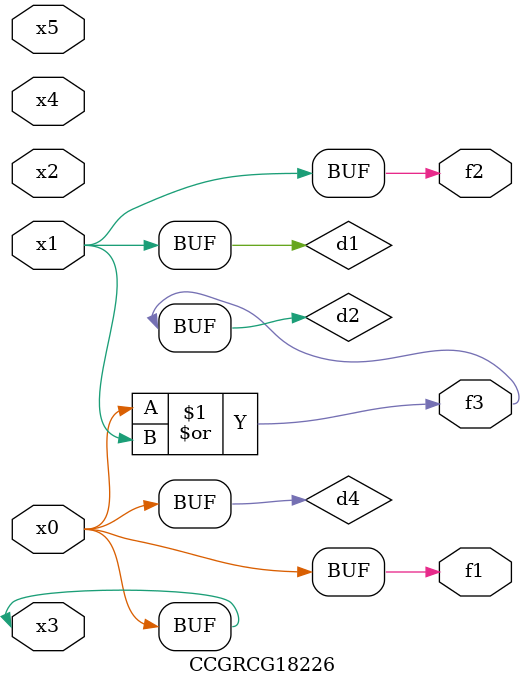
<source format=v>
module CCGRCG18226(
	input x0, x1, x2, x3, x4, x5,
	output f1, f2, f3
);

	wire d1, d2, d3, d4;

	and (d1, x1);
	or (d2, x0, x1);
	nand (d3, x0, x5);
	buf (d4, x0, x3);
	assign f1 = d4;
	assign f2 = d1;
	assign f3 = d2;
endmodule

</source>
